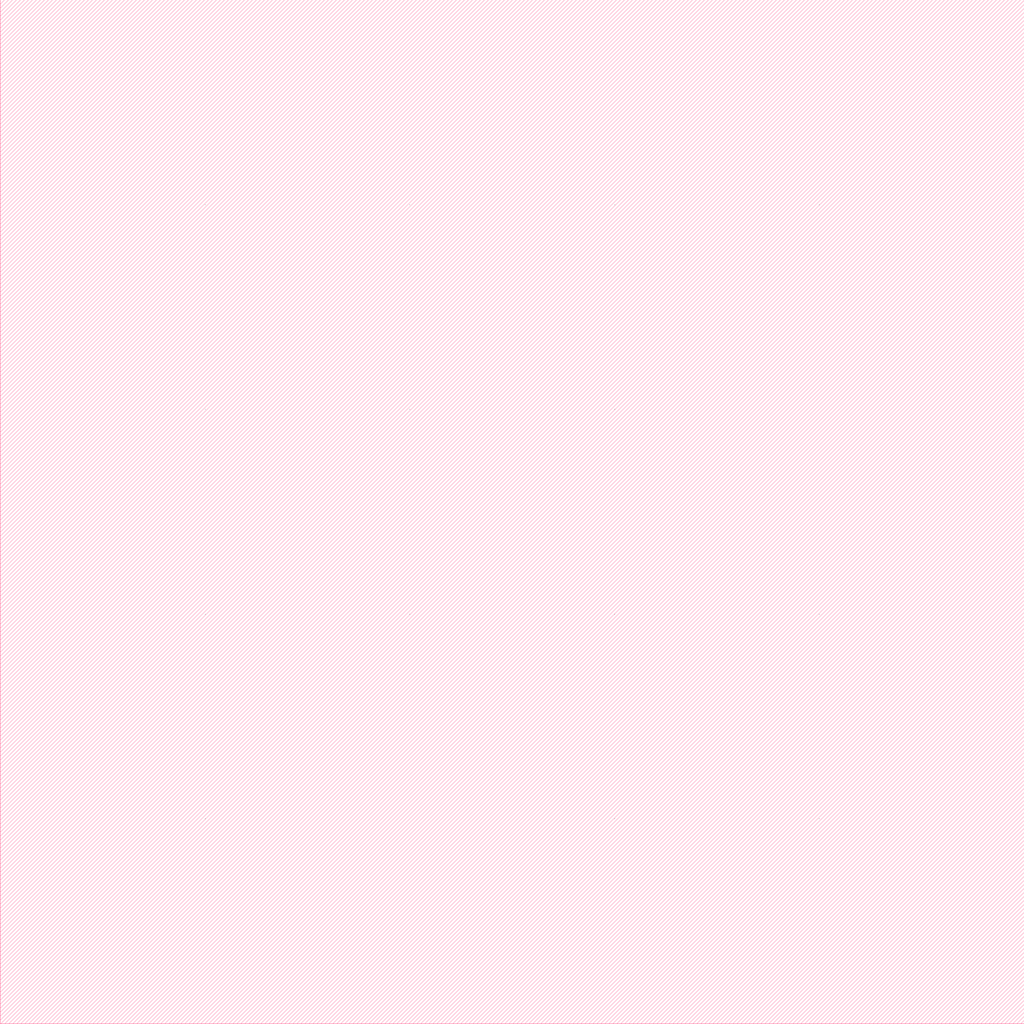
<source format=lef>
# Copyright 2020 The SkyWater PDK Authors
#
# Licensed under the Apache License, Version 2.0 (the "License");
# you may not use this file except in compliance with the License.
# You may obtain a copy of the License at
#
#     https://www.apache.org/licenses/LICENSE-2.0
#
# Unless required by applicable law or agreed to in writing, software
# distributed under the License is distributed on an "AS IS" BASIS,
# WITHOUT WARRANTIES OR CONDITIONS OF ANY KIND, either express or implied.
# See the License for the specific language governing permissions and
# limitations under the License.
#
# SPDX-License-Identifier: Apache-2.0

VERSION 5.7 ;
  NOWIREEXTENSIONATPIN ON ;
  DIVIDERCHAR "/" ;
  BUSBITCHARS "[]" ;
MACRO sky130_fd_bd_sram__sram_dp_wls_poly_sizing_optb
  CLASS BLOCK ;
  FOREIGN sky130_fd_bd_sram__sram_dp_wls_poly_sizing_optb ;
  ORIGIN  0.000000  0.000000 ;
  SIZE  0.005000 BY  0.005000 ;
END sky130_fd_bd_sram__sram_dp_wls_poly_sizing_optb
END LIBRARY

</source>
